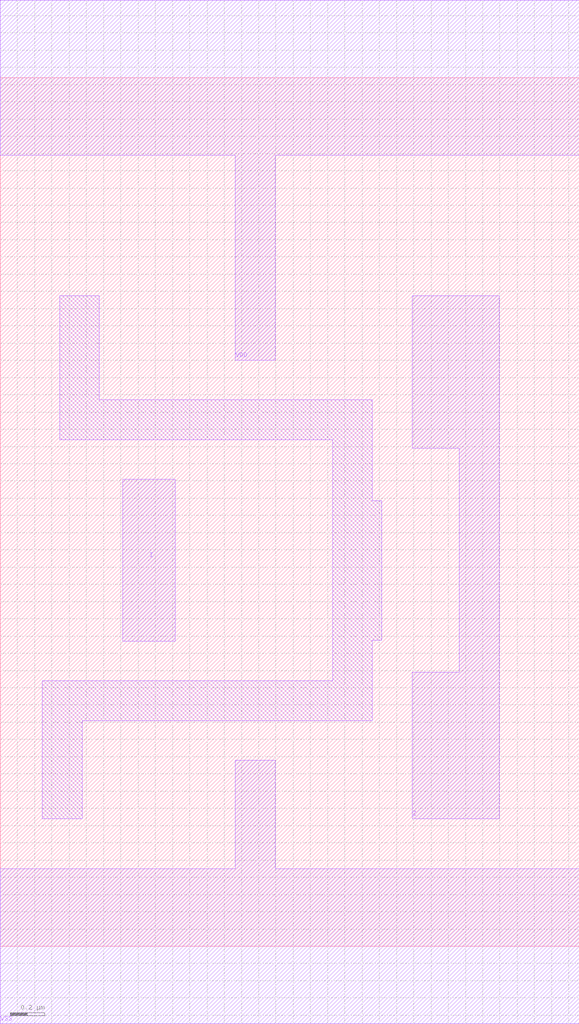
<source format=lef>
# Copyright 2022 GlobalFoundries PDK Authors
#
# Licensed under the Apache License, Version 2.0 (the "License");
# you may not use this file except in compliance with the License.
# You may obtain a copy of the License at
#
#      http://www.apache.org/licenses/LICENSE-2.0
#
# Unless required by applicable law or agreed to in writing, software
# distributed under the License is distributed on an "AS IS" BASIS,
# WITHOUT WARRANTIES OR CONDITIONS OF ANY KIND, either express or implied.
# See the License for the specific language governing permissions and
# limitations under the License.

MACRO gf180mcu_fd_sc_mcu9t5v0__buf_1
  CLASS core ;
  FOREIGN gf180mcu_fd_sc_mcu9t5v0__buf_1 0.0 0.0 ;
  ORIGIN 0 0 ;
  SYMMETRY X Y ;
  SITE GF018hv5v_green_sc9 ;
  SIZE 3.36 BY 5.04 ;
  PIN I
    DIRECTION INPUT ;
    ANTENNAGATEAREA 0.8535 ;
    PORT
      LAYER Metal1 ;
        POLYGON 0.71 1.77 1.015 1.77 1.015 2.71 0.71 2.71  ;
    END
  END I
  PIN Z
    DIRECTION OUTPUT ;
    ANTENNADIFFAREA 1.386 ;
    PORT
      LAYER Metal1 ;
        POLYGON 2.39 2.89 2.665 2.89 2.665 1.59 2.39 1.59 2.39 0.74 2.895 0.74 2.895 3.775 2.39 3.775  ;
    END
  END Z
  PIN VDD
    DIRECTION INOUT ;
    USE power ;
    SHAPE ABUTMENT ;
    PORT
      LAYER Metal1 ;
        POLYGON 0 4.59 1.365 4.59 1.365 3.4 1.595 3.4 1.595 4.59 2.215 4.59 3.36 4.59 3.36 5.49 2.215 5.49 0 5.49  ;
    END
  END VDD
  PIN VSS
    DIRECTION INOUT ;
    USE ground ;
    SHAPE ABUTMENT ;
    PORT
      LAYER Metal1 ;
        POLYGON 0 -0.45 3.36 -0.45 3.36 0.45 1.595 0.45 1.595 1.08 1.365 1.08 1.365 0.45 0 0.45  ;
    END
  END VSS
  OBS
      LAYER Metal1 ;
        POLYGON 0.345 2.94 1.93 2.94 1.93 1.54 0.245 1.54 0.245 0.74 0.475 0.74 0.475 1.31 2.16 1.31 2.16 1.775 2.215 1.775 2.215 2.585 2.16 2.585 2.16 3.17 0.575 3.17 0.575 3.775 0.345 3.775  ;
  END
END gf180mcu_fd_sc_mcu9t5v0__buf_1

</source>
